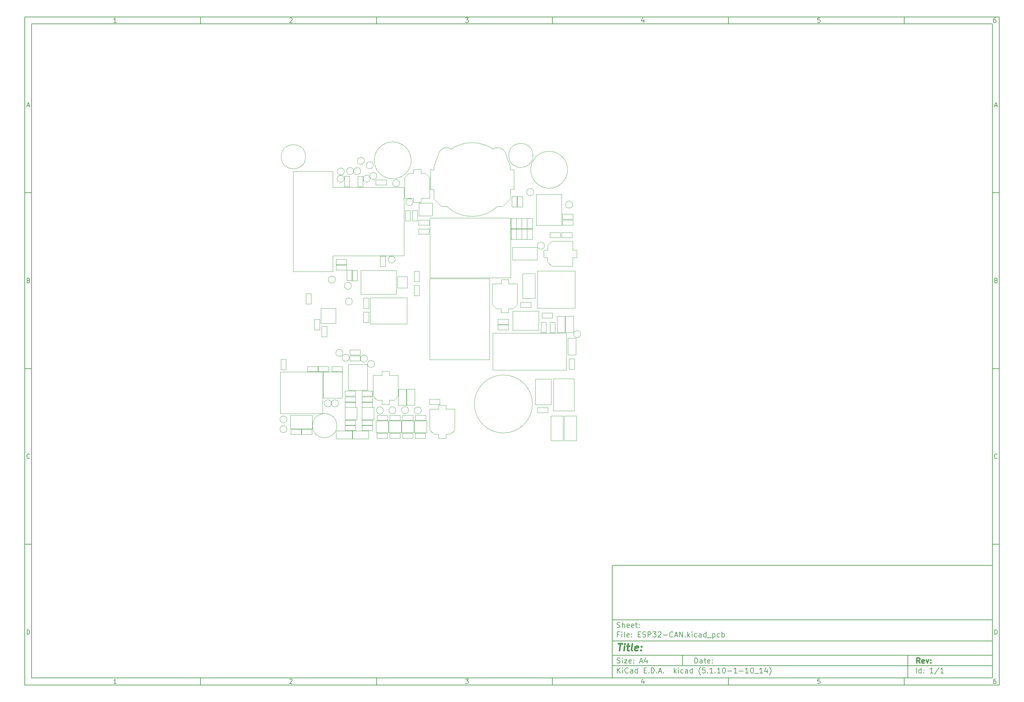
<source format=gbr>
G04 #@! TF.GenerationSoftware,KiCad,Pcbnew,(5.1.10-1-10_14)*
G04 #@! TF.CreationDate,2021-11-05T12:48:00+08:00*
G04 #@! TF.ProjectId,ESP32-CAN,45535033-322d-4434-914e-2e6b69636164,rev?*
G04 #@! TF.SameCoordinates,Original*
G04 #@! TF.FileFunction,Other,User*
%FSLAX46Y46*%
G04 Gerber Fmt 4.6, Leading zero omitted, Abs format (unit mm)*
G04 Created by KiCad (PCBNEW (5.1.10-1-10_14)) date 2021-11-05 12:48:00*
%MOMM*%
%LPD*%
G01*
G04 APERTURE LIST*
%ADD10C,0.100000*%
%ADD11C,0.150000*%
%ADD12C,0.300000*%
%ADD13C,0.400000*%
%ADD14C,0.050000*%
G04 APERTURE END LIST*
D10*
D11*
X177002200Y-166007200D02*
X177002200Y-198007200D01*
X285002200Y-198007200D01*
X285002200Y-166007200D01*
X177002200Y-166007200D01*
D10*
D11*
X10000000Y-10000000D02*
X10000000Y-200007200D01*
X287002200Y-200007200D01*
X287002200Y-10000000D01*
X10000000Y-10000000D01*
D10*
D11*
X12000000Y-12000000D02*
X12000000Y-198007200D01*
X285002200Y-198007200D01*
X285002200Y-12000000D01*
X12000000Y-12000000D01*
D10*
D11*
X60000000Y-12000000D02*
X60000000Y-10000000D01*
D10*
D11*
X110000000Y-12000000D02*
X110000000Y-10000000D01*
D10*
D11*
X160000000Y-12000000D02*
X160000000Y-10000000D01*
D10*
D11*
X210000000Y-12000000D02*
X210000000Y-10000000D01*
D10*
D11*
X260000000Y-12000000D02*
X260000000Y-10000000D01*
D10*
D11*
X36065476Y-11588095D02*
X35322619Y-11588095D01*
X35694047Y-11588095D02*
X35694047Y-10288095D01*
X35570238Y-10473809D01*
X35446428Y-10597619D01*
X35322619Y-10659523D01*
D10*
D11*
X85322619Y-10411904D02*
X85384523Y-10350000D01*
X85508333Y-10288095D01*
X85817857Y-10288095D01*
X85941666Y-10350000D01*
X86003571Y-10411904D01*
X86065476Y-10535714D01*
X86065476Y-10659523D01*
X86003571Y-10845238D01*
X85260714Y-11588095D01*
X86065476Y-11588095D01*
D10*
D11*
X135260714Y-10288095D02*
X136065476Y-10288095D01*
X135632142Y-10783333D01*
X135817857Y-10783333D01*
X135941666Y-10845238D01*
X136003571Y-10907142D01*
X136065476Y-11030952D01*
X136065476Y-11340476D01*
X136003571Y-11464285D01*
X135941666Y-11526190D01*
X135817857Y-11588095D01*
X135446428Y-11588095D01*
X135322619Y-11526190D01*
X135260714Y-11464285D01*
D10*
D11*
X185941666Y-10721428D02*
X185941666Y-11588095D01*
X185632142Y-10226190D02*
X185322619Y-11154761D01*
X186127380Y-11154761D01*
D10*
D11*
X236003571Y-10288095D02*
X235384523Y-10288095D01*
X235322619Y-10907142D01*
X235384523Y-10845238D01*
X235508333Y-10783333D01*
X235817857Y-10783333D01*
X235941666Y-10845238D01*
X236003571Y-10907142D01*
X236065476Y-11030952D01*
X236065476Y-11340476D01*
X236003571Y-11464285D01*
X235941666Y-11526190D01*
X235817857Y-11588095D01*
X235508333Y-11588095D01*
X235384523Y-11526190D01*
X235322619Y-11464285D01*
D10*
D11*
X285941666Y-10288095D02*
X285694047Y-10288095D01*
X285570238Y-10350000D01*
X285508333Y-10411904D01*
X285384523Y-10597619D01*
X285322619Y-10845238D01*
X285322619Y-11340476D01*
X285384523Y-11464285D01*
X285446428Y-11526190D01*
X285570238Y-11588095D01*
X285817857Y-11588095D01*
X285941666Y-11526190D01*
X286003571Y-11464285D01*
X286065476Y-11340476D01*
X286065476Y-11030952D01*
X286003571Y-10907142D01*
X285941666Y-10845238D01*
X285817857Y-10783333D01*
X285570238Y-10783333D01*
X285446428Y-10845238D01*
X285384523Y-10907142D01*
X285322619Y-11030952D01*
D10*
D11*
X60000000Y-198007200D02*
X60000000Y-200007200D01*
D10*
D11*
X110000000Y-198007200D02*
X110000000Y-200007200D01*
D10*
D11*
X160000000Y-198007200D02*
X160000000Y-200007200D01*
D10*
D11*
X210000000Y-198007200D02*
X210000000Y-200007200D01*
D10*
D11*
X260000000Y-198007200D02*
X260000000Y-200007200D01*
D10*
D11*
X36065476Y-199595295D02*
X35322619Y-199595295D01*
X35694047Y-199595295D02*
X35694047Y-198295295D01*
X35570238Y-198481009D01*
X35446428Y-198604819D01*
X35322619Y-198666723D01*
D10*
D11*
X85322619Y-198419104D02*
X85384523Y-198357200D01*
X85508333Y-198295295D01*
X85817857Y-198295295D01*
X85941666Y-198357200D01*
X86003571Y-198419104D01*
X86065476Y-198542914D01*
X86065476Y-198666723D01*
X86003571Y-198852438D01*
X85260714Y-199595295D01*
X86065476Y-199595295D01*
D10*
D11*
X135260714Y-198295295D02*
X136065476Y-198295295D01*
X135632142Y-198790533D01*
X135817857Y-198790533D01*
X135941666Y-198852438D01*
X136003571Y-198914342D01*
X136065476Y-199038152D01*
X136065476Y-199347676D01*
X136003571Y-199471485D01*
X135941666Y-199533390D01*
X135817857Y-199595295D01*
X135446428Y-199595295D01*
X135322619Y-199533390D01*
X135260714Y-199471485D01*
D10*
D11*
X185941666Y-198728628D02*
X185941666Y-199595295D01*
X185632142Y-198233390D02*
X185322619Y-199161961D01*
X186127380Y-199161961D01*
D10*
D11*
X236003571Y-198295295D02*
X235384523Y-198295295D01*
X235322619Y-198914342D01*
X235384523Y-198852438D01*
X235508333Y-198790533D01*
X235817857Y-198790533D01*
X235941666Y-198852438D01*
X236003571Y-198914342D01*
X236065476Y-199038152D01*
X236065476Y-199347676D01*
X236003571Y-199471485D01*
X235941666Y-199533390D01*
X235817857Y-199595295D01*
X235508333Y-199595295D01*
X235384523Y-199533390D01*
X235322619Y-199471485D01*
D10*
D11*
X285941666Y-198295295D02*
X285694047Y-198295295D01*
X285570238Y-198357200D01*
X285508333Y-198419104D01*
X285384523Y-198604819D01*
X285322619Y-198852438D01*
X285322619Y-199347676D01*
X285384523Y-199471485D01*
X285446428Y-199533390D01*
X285570238Y-199595295D01*
X285817857Y-199595295D01*
X285941666Y-199533390D01*
X286003571Y-199471485D01*
X286065476Y-199347676D01*
X286065476Y-199038152D01*
X286003571Y-198914342D01*
X285941666Y-198852438D01*
X285817857Y-198790533D01*
X285570238Y-198790533D01*
X285446428Y-198852438D01*
X285384523Y-198914342D01*
X285322619Y-199038152D01*
D10*
D11*
X10000000Y-60000000D02*
X12000000Y-60000000D01*
D10*
D11*
X10000000Y-110000000D02*
X12000000Y-110000000D01*
D10*
D11*
X10000000Y-160000000D02*
X12000000Y-160000000D01*
D10*
D11*
X10690476Y-35216666D02*
X11309523Y-35216666D01*
X10566666Y-35588095D02*
X11000000Y-34288095D01*
X11433333Y-35588095D01*
D10*
D11*
X11092857Y-84907142D02*
X11278571Y-84969047D01*
X11340476Y-85030952D01*
X11402380Y-85154761D01*
X11402380Y-85340476D01*
X11340476Y-85464285D01*
X11278571Y-85526190D01*
X11154761Y-85588095D01*
X10659523Y-85588095D01*
X10659523Y-84288095D01*
X11092857Y-84288095D01*
X11216666Y-84350000D01*
X11278571Y-84411904D01*
X11340476Y-84535714D01*
X11340476Y-84659523D01*
X11278571Y-84783333D01*
X11216666Y-84845238D01*
X11092857Y-84907142D01*
X10659523Y-84907142D01*
D10*
D11*
X11402380Y-135464285D02*
X11340476Y-135526190D01*
X11154761Y-135588095D01*
X11030952Y-135588095D01*
X10845238Y-135526190D01*
X10721428Y-135402380D01*
X10659523Y-135278571D01*
X10597619Y-135030952D01*
X10597619Y-134845238D01*
X10659523Y-134597619D01*
X10721428Y-134473809D01*
X10845238Y-134350000D01*
X11030952Y-134288095D01*
X11154761Y-134288095D01*
X11340476Y-134350000D01*
X11402380Y-134411904D01*
D10*
D11*
X10659523Y-185588095D02*
X10659523Y-184288095D01*
X10969047Y-184288095D01*
X11154761Y-184350000D01*
X11278571Y-184473809D01*
X11340476Y-184597619D01*
X11402380Y-184845238D01*
X11402380Y-185030952D01*
X11340476Y-185278571D01*
X11278571Y-185402380D01*
X11154761Y-185526190D01*
X10969047Y-185588095D01*
X10659523Y-185588095D01*
D10*
D11*
X287002200Y-60000000D02*
X285002200Y-60000000D01*
D10*
D11*
X287002200Y-110000000D02*
X285002200Y-110000000D01*
D10*
D11*
X287002200Y-160000000D02*
X285002200Y-160000000D01*
D10*
D11*
X285692676Y-35216666D02*
X286311723Y-35216666D01*
X285568866Y-35588095D02*
X286002200Y-34288095D01*
X286435533Y-35588095D01*
D10*
D11*
X286095057Y-84907142D02*
X286280771Y-84969047D01*
X286342676Y-85030952D01*
X286404580Y-85154761D01*
X286404580Y-85340476D01*
X286342676Y-85464285D01*
X286280771Y-85526190D01*
X286156961Y-85588095D01*
X285661723Y-85588095D01*
X285661723Y-84288095D01*
X286095057Y-84288095D01*
X286218866Y-84350000D01*
X286280771Y-84411904D01*
X286342676Y-84535714D01*
X286342676Y-84659523D01*
X286280771Y-84783333D01*
X286218866Y-84845238D01*
X286095057Y-84907142D01*
X285661723Y-84907142D01*
D10*
D11*
X286404580Y-135464285D02*
X286342676Y-135526190D01*
X286156961Y-135588095D01*
X286033152Y-135588095D01*
X285847438Y-135526190D01*
X285723628Y-135402380D01*
X285661723Y-135278571D01*
X285599819Y-135030952D01*
X285599819Y-134845238D01*
X285661723Y-134597619D01*
X285723628Y-134473809D01*
X285847438Y-134350000D01*
X286033152Y-134288095D01*
X286156961Y-134288095D01*
X286342676Y-134350000D01*
X286404580Y-134411904D01*
D10*
D11*
X285661723Y-185588095D02*
X285661723Y-184288095D01*
X285971247Y-184288095D01*
X286156961Y-184350000D01*
X286280771Y-184473809D01*
X286342676Y-184597619D01*
X286404580Y-184845238D01*
X286404580Y-185030952D01*
X286342676Y-185278571D01*
X286280771Y-185402380D01*
X286156961Y-185526190D01*
X285971247Y-185588095D01*
X285661723Y-185588095D01*
D10*
D11*
X200434342Y-193785771D02*
X200434342Y-192285771D01*
X200791485Y-192285771D01*
X201005771Y-192357200D01*
X201148628Y-192500057D01*
X201220057Y-192642914D01*
X201291485Y-192928628D01*
X201291485Y-193142914D01*
X201220057Y-193428628D01*
X201148628Y-193571485D01*
X201005771Y-193714342D01*
X200791485Y-193785771D01*
X200434342Y-193785771D01*
X202577200Y-193785771D02*
X202577200Y-193000057D01*
X202505771Y-192857200D01*
X202362914Y-192785771D01*
X202077200Y-192785771D01*
X201934342Y-192857200D01*
X202577200Y-193714342D02*
X202434342Y-193785771D01*
X202077200Y-193785771D01*
X201934342Y-193714342D01*
X201862914Y-193571485D01*
X201862914Y-193428628D01*
X201934342Y-193285771D01*
X202077200Y-193214342D01*
X202434342Y-193214342D01*
X202577200Y-193142914D01*
X203077200Y-192785771D02*
X203648628Y-192785771D01*
X203291485Y-192285771D02*
X203291485Y-193571485D01*
X203362914Y-193714342D01*
X203505771Y-193785771D01*
X203648628Y-193785771D01*
X204720057Y-193714342D02*
X204577200Y-193785771D01*
X204291485Y-193785771D01*
X204148628Y-193714342D01*
X204077200Y-193571485D01*
X204077200Y-193000057D01*
X204148628Y-192857200D01*
X204291485Y-192785771D01*
X204577200Y-192785771D01*
X204720057Y-192857200D01*
X204791485Y-193000057D01*
X204791485Y-193142914D01*
X204077200Y-193285771D01*
X205434342Y-193642914D02*
X205505771Y-193714342D01*
X205434342Y-193785771D01*
X205362914Y-193714342D01*
X205434342Y-193642914D01*
X205434342Y-193785771D01*
X205434342Y-192857200D02*
X205505771Y-192928628D01*
X205434342Y-193000057D01*
X205362914Y-192928628D01*
X205434342Y-192857200D01*
X205434342Y-193000057D01*
D10*
D11*
X177002200Y-194507200D02*
X285002200Y-194507200D01*
D10*
D11*
X178434342Y-196585771D02*
X178434342Y-195085771D01*
X179291485Y-196585771D02*
X178648628Y-195728628D01*
X179291485Y-195085771D02*
X178434342Y-195942914D01*
X179934342Y-196585771D02*
X179934342Y-195585771D01*
X179934342Y-195085771D02*
X179862914Y-195157200D01*
X179934342Y-195228628D01*
X180005771Y-195157200D01*
X179934342Y-195085771D01*
X179934342Y-195228628D01*
X181505771Y-196442914D02*
X181434342Y-196514342D01*
X181220057Y-196585771D01*
X181077200Y-196585771D01*
X180862914Y-196514342D01*
X180720057Y-196371485D01*
X180648628Y-196228628D01*
X180577200Y-195942914D01*
X180577200Y-195728628D01*
X180648628Y-195442914D01*
X180720057Y-195300057D01*
X180862914Y-195157200D01*
X181077200Y-195085771D01*
X181220057Y-195085771D01*
X181434342Y-195157200D01*
X181505771Y-195228628D01*
X182791485Y-196585771D02*
X182791485Y-195800057D01*
X182720057Y-195657200D01*
X182577200Y-195585771D01*
X182291485Y-195585771D01*
X182148628Y-195657200D01*
X182791485Y-196514342D02*
X182648628Y-196585771D01*
X182291485Y-196585771D01*
X182148628Y-196514342D01*
X182077200Y-196371485D01*
X182077200Y-196228628D01*
X182148628Y-196085771D01*
X182291485Y-196014342D01*
X182648628Y-196014342D01*
X182791485Y-195942914D01*
X184148628Y-196585771D02*
X184148628Y-195085771D01*
X184148628Y-196514342D02*
X184005771Y-196585771D01*
X183720057Y-196585771D01*
X183577200Y-196514342D01*
X183505771Y-196442914D01*
X183434342Y-196300057D01*
X183434342Y-195871485D01*
X183505771Y-195728628D01*
X183577200Y-195657200D01*
X183720057Y-195585771D01*
X184005771Y-195585771D01*
X184148628Y-195657200D01*
X186005771Y-195800057D02*
X186505771Y-195800057D01*
X186720057Y-196585771D02*
X186005771Y-196585771D01*
X186005771Y-195085771D01*
X186720057Y-195085771D01*
X187362914Y-196442914D02*
X187434342Y-196514342D01*
X187362914Y-196585771D01*
X187291485Y-196514342D01*
X187362914Y-196442914D01*
X187362914Y-196585771D01*
X188077200Y-196585771D02*
X188077200Y-195085771D01*
X188434342Y-195085771D01*
X188648628Y-195157200D01*
X188791485Y-195300057D01*
X188862914Y-195442914D01*
X188934342Y-195728628D01*
X188934342Y-195942914D01*
X188862914Y-196228628D01*
X188791485Y-196371485D01*
X188648628Y-196514342D01*
X188434342Y-196585771D01*
X188077200Y-196585771D01*
X189577200Y-196442914D02*
X189648628Y-196514342D01*
X189577200Y-196585771D01*
X189505771Y-196514342D01*
X189577200Y-196442914D01*
X189577200Y-196585771D01*
X190220057Y-196157200D02*
X190934342Y-196157200D01*
X190077200Y-196585771D02*
X190577200Y-195085771D01*
X191077200Y-196585771D01*
X191577200Y-196442914D02*
X191648628Y-196514342D01*
X191577200Y-196585771D01*
X191505771Y-196514342D01*
X191577200Y-196442914D01*
X191577200Y-196585771D01*
X194577200Y-196585771D02*
X194577200Y-195085771D01*
X194720057Y-196014342D02*
X195148628Y-196585771D01*
X195148628Y-195585771D02*
X194577200Y-196157200D01*
X195791485Y-196585771D02*
X195791485Y-195585771D01*
X195791485Y-195085771D02*
X195720057Y-195157200D01*
X195791485Y-195228628D01*
X195862914Y-195157200D01*
X195791485Y-195085771D01*
X195791485Y-195228628D01*
X197148628Y-196514342D02*
X197005771Y-196585771D01*
X196720057Y-196585771D01*
X196577200Y-196514342D01*
X196505771Y-196442914D01*
X196434342Y-196300057D01*
X196434342Y-195871485D01*
X196505771Y-195728628D01*
X196577200Y-195657200D01*
X196720057Y-195585771D01*
X197005771Y-195585771D01*
X197148628Y-195657200D01*
X198434342Y-196585771D02*
X198434342Y-195800057D01*
X198362914Y-195657200D01*
X198220057Y-195585771D01*
X197934342Y-195585771D01*
X197791485Y-195657200D01*
X198434342Y-196514342D02*
X198291485Y-196585771D01*
X197934342Y-196585771D01*
X197791485Y-196514342D01*
X197720057Y-196371485D01*
X197720057Y-196228628D01*
X197791485Y-196085771D01*
X197934342Y-196014342D01*
X198291485Y-196014342D01*
X198434342Y-195942914D01*
X199791485Y-196585771D02*
X199791485Y-195085771D01*
X199791485Y-196514342D02*
X199648628Y-196585771D01*
X199362914Y-196585771D01*
X199220057Y-196514342D01*
X199148628Y-196442914D01*
X199077200Y-196300057D01*
X199077200Y-195871485D01*
X199148628Y-195728628D01*
X199220057Y-195657200D01*
X199362914Y-195585771D01*
X199648628Y-195585771D01*
X199791485Y-195657200D01*
X202077200Y-197157200D02*
X202005771Y-197085771D01*
X201862914Y-196871485D01*
X201791485Y-196728628D01*
X201720057Y-196514342D01*
X201648628Y-196157200D01*
X201648628Y-195871485D01*
X201720057Y-195514342D01*
X201791485Y-195300057D01*
X201862914Y-195157200D01*
X202005771Y-194942914D01*
X202077200Y-194871485D01*
X203362914Y-195085771D02*
X202648628Y-195085771D01*
X202577200Y-195800057D01*
X202648628Y-195728628D01*
X202791485Y-195657200D01*
X203148628Y-195657200D01*
X203291485Y-195728628D01*
X203362914Y-195800057D01*
X203434342Y-195942914D01*
X203434342Y-196300057D01*
X203362914Y-196442914D01*
X203291485Y-196514342D01*
X203148628Y-196585771D01*
X202791485Y-196585771D01*
X202648628Y-196514342D01*
X202577200Y-196442914D01*
X204077200Y-196442914D02*
X204148628Y-196514342D01*
X204077200Y-196585771D01*
X204005771Y-196514342D01*
X204077200Y-196442914D01*
X204077200Y-196585771D01*
X205577200Y-196585771D02*
X204720057Y-196585771D01*
X205148628Y-196585771D02*
X205148628Y-195085771D01*
X205005771Y-195300057D01*
X204862914Y-195442914D01*
X204720057Y-195514342D01*
X206220057Y-196442914D02*
X206291485Y-196514342D01*
X206220057Y-196585771D01*
X206148628Y-196514342D01*
X206220057Y-196442914D01*
X206220057Y-196585771D01*
X207720057Y-196585771D02*
X206862914Y-196585771D01*
X207291485Y-196585771D02*
X207291485Y-195085771D01*
X207148628Y-195300057D01*
X207005771Y-195442914D01*
X206862914Y-195514342D01*
X208648628Y-195085771D02*
X208791485Y-195085771D01*
X208934342Y-195157200D01*
X209005771Y-195228628D01*
X209077200Y-195371485D01*
X209148628Y-195657200D01*
X209148628Y-196014342D01*
X209077200Y-196300057D01*
X209005771Y-196442914D01*
X208934342Y-196514342D01*
X208791485Y-196585771D01*
X208648628Y-196585771D01*
X208505771Y-196514342D01*
X208434342Y-196442914D01*
X208362914Y-196300057D01*
X208291485Y-196014342D01*
X208291485Y-195657200D01*
X208362914Y-195371485D01*
X208434342Y-195228628D01*
X208505771Y-195157200D01*
X208648628Y-195085771D01*
X209791485Y-196014342D02*
X210934342Y-196014342D01*
X212434342Y-196585771D02*
X211577200Y-196585771D01*
X212005771Y-196585771D02*
X212005771Y-195085771D01*
X211862914Y-195300057D01*
X211720057Y-195442914D01*
X211577200Y-195514342D01*
X213077200Y-196014342D02*
X214220057Y-196014342D01*
X215720057Y-196585771D02*
X214862914Y-196585771D01*
X215291485Y-196585771D02*
X215291485Y-195085771D01*
X215148628Y-195300057D01*
X215005771Y-195442914D01*
X214862914Y-195514342D01*
X216648628Y-195085771D02*
X216791485Y-195085771D01*
X216934342Y-195157200D01*
X217005771Y-195228628D01*
X217077200Y-195371485D01*
X217148628Y-195657200D01*
X217148628Y-196014342D01*
X217077200Y-196300057D01*
X217005771Y-196442914D01*
X216934342Y-196514342D01*
X216791485Y-196585771D01*
X216648628Y-196585771D01*
X216505771Y-196514342D01*
X216434342Y-196442914D01*
X216362914Y-196300057D01*
X216291485Y-196014342D01*
X216291485Y-195657200D01*
X216362914Y-195371485D01*
X216434342Y-195228628D01*
X216505771Y-195157200D01*
X216648628Y-195085771D01*
X217434342Y-196728628D02*
X218577200Y-196728628D01*
X219720057Y-196585771D02*
X218862914Y-196585771D01*
X219291485Y-196585771D02*
X219291485Y-195085771D01*
X219148628Y-195300057D01*
X219005771Y-195442914D01*
X218862914Y-195514342D01*
X221005771Y-195585771D02*
X221005771Y-196585771D01*
X220648628Y-195014342D02*
X220291485Y-196085771D01*
X221220057Y-196085771D01*
X221648628Y-197157200D02*
X221720057Y-197085771D01*
X221862914Y-196871485D01*
X221934342Y-196728628D01*
X222005771Y-196514342D01*
X222077200Y-196157200D01*
X222077200Y-195871485D01*
X222005771Y-195514342D01*
X221934342Y-195300057D01*
X221862914Y-195157200D01*
X221720057Y-194942914D01*
X221648628Y-194871485D01*
D10*
D11*
X177002200Y-191507200D02*
X285002200Y-191507200D01*
D10*
D12*
X264411485Y-193785771D02*
X263911485Y-193071485D01*
X263554342Y-193785771D02*
X263554342Y-192285771D01*
X264125771Y-192285771D01*
X264268628Y-192357200D01*
X264340057Y-192428628D01*
X264411485Y-192571485D01*
X264411485Y-192785771D01*
X264340057Y-192928628D01*
X264268628Y-193000057D01*
X264125771Y-193071485D01*
X263554342Y-193071485D01*
X265625771Y-193714342D02*
X265482914Y-193785771D01*
X265197200Y-193785771D01*
X265054342Y-193714342D01*
X264982914Y-193571485D01*
X264982914Y-193000057D01*
X265054342Y-192857200D01*
X265197200Y-192785771D01*
X265482914Y-192785771D01*
X265625771Y-192857200D01*
X265697200Y-193000057D01*
X265697200Y-193142914D01*
X264982914Y-193285771D01*
X266197200Y-192785771D02*
X266554342Y-193785771D01*
X266911485Y-192785771D01*
X267482914Y-193642914D02*
X267554342Y-193714342D01*
X267482914Y-193785771D01*
X267411485Y-193714342D01*
X267482914Y-193642914D01*
X267482914Y-193785771D01*
X267482914Y-192857200D02*
X267554342Y-192928628D01*
X267482914Y-193000057D01*
X267411485Y-192928628D01*
X267482914Y-192857200D01*
X267482914Y-193000057D01*
D10*
D11*
X178362914Y-193714342D02*
X178577200Y-193785771D01*
X178934342Y-193785771D01*
X179077200Y-193714342D01*
X179148628Y-193642914D01*
X179220057Y-193500057D01*
X179220057Y-193357200D01*
X179148628Y-193214342D01*
X179077200Y-193142914D01*
X178934342Y-193071485D01*
X178648628Y-193000057D01*
X178505771Y-192928628D01*
X178434342Y-192857200D01*
X178362914Y-192714342D01*
X178362914Y-192571485D01*
X178434342Y-192428628D01*
X178505771Y-192357200D01*
X178648628Y-192285771D01*
X179005771Y-192285771D01*
X179220057Y-192357200D01*
X179862914Y-193785771D02*
X179862914Y-192785771D01*
X179862914Y-192285771D02*
X179791485Y-192357200D01*
X179862914Y-192428628D01*
X179934342Y-192357200D01*
X179862914Y-192285771D01*
X179862914Y-192428628D01*
X180434342Y-192785771D02*
X181220057Y-192785771D01*
X180434342Y-193785771D01*
X181220057Y-193785771D01*
X182362914Y-193714342D02*
X182220057Y-193785771D01*
X181934342Y-193785771D01*
X181791485Y-193714342D01*
X181720057Y-193571485D01*
X181720057Y-193000057D01*
X181791485Y-192857200D01*
X181934342Y-192785771D01*
X182220057Y-192785771D01*
X182362914Y-192857200D01*
X182434342Y-193000057D01*
X182434342Y-193142914D01*
X181720057Y-193285771D01*
X183077200Y-193642914D02*
X183148628Y-193714342D01*
X183077200Y-193785771D01*
X183005771Y-193714342D01*
X183077200Y-193642914D01*
X183077200Y-193785771D01*
X183077200Y-192857200D02*
X183148628Y-192928628D01*
X183077200Y-193000057D01*
X183005771Y-192928628D01*
X183077200Y-192857200D01*
X183077200Y-193000057D01*
X184862914Y-193357200D02*
X185577200Y-193357200D01*
X184720057Y-193785771D02*
X185220057Y-192285771D01*
X185720057Y-193785771D01*
X186862914Y-192785771D02*
X186862914Y-193785771D01*
X186505771Y-192214342D02*
X186148628Y-193285771D01*
X187077200Y-193285771D01*
D10*
D11*
X263434342Y-196585771D02*
X263434342Y-195085771D01*
X264791485Y-196585771D02*
X264791485Y-195085771D01*
X264791485Y-196514342D02*
X264648628Y-196585771D01*
X264362914Y-196585771D01*
X264220057Y-196514342D01*
X264148628Y-196442914D01*
X264077200Y-196300057D01*
X264077200Y-195871485D01*
X264148628Y-195728628D01*
X264220057Y-195657200D01*
X264362914Y-195585771D01*
X264648628Y-195585771D01*
X264791485Y-195657200D01*
X265505771Y-196442914D02*
X265577200Y-196514342D01*
X265505771Y-196585771D01*
X265434342Y-196514342D01*
X265505771Y-196442914D01*
X265505771Y-196585771D01*
X265505771Y-195657200D02*
X265577200Y-195728628D01*
X265505771Y-195800057D01*
X265434342Y-195728628D01*
X265505771Y-195657200D01*
X265505771Y-195800057D01*
X268148628Y-196585771D02*
X267291485Y-196585771D01*
X267720057Y-196585771D02*
X267720057Y-195085771D01*
X267577200Y-195300057D01*
X267434342Y-195442914D01*
X267291485Y-195514342D01*
X269862914Y-195014342D02*
X268577200Y-196942914D01*
X271148628Y-196585771D02*
X270291485Y-196585771D01*
X270720057Y-196585771D02*
X270720057Y-195085771D01*
X270577200Y-195300057D01*
X270434342Y-195442914D01*
X270291485Y-195514342D01*
D10*
D11*
X177002200Y-187507200D02*
X285002200Y-187507200D01*
D10*
D13*
X178714580Y-188211961D02*
X179857438Y-188211961D01*
X179036009Y-190211961D02*
X179286009Y-188211961D01*
X180274104Y-190211961D02*
X180440771Y-188878628D01*
X180524104Y-188211961D02*
X180416961Y-188307200D01*
X180500295Y-188402438D01*
X180607438Y-188307200D01*
X180524104Y-188211961D01*
X180500295Y-188402438D01*
X181107438Y-188878628D02*
X181869342Y-188878628D01*
X181476485Y-188211961D02*
X181262200Y-189926247D01*
X181333628Y-190116723D01*
X181512200Y-190211961D01*
X181702676Y-190211961D01*
X182655057Y-190211961D02*
X182476485Y-190116723D01*
X182405057Y-189926247D01*
X182619342Y-188211961D01*
X184190771Y-190116723D02*
X183988390Y-190211961D01*
X183607438Y-190211961D01*
X183428866Y-190116723D01*
X183357438Y-189926247D01*
X183452676Y-189164342D01*
X183571723Y-188973866D01*
X183774104Y-188878628D01*
X184155057Y-188878628D01*
X184333628Y-188973866D01*
X184405057Y-189164342D01*
X184381247Y-189354819D01*
X183405057Y-189545295D01*
X185155057Y-190021485D02*
X185238390Y-190116723D01*
X185131247Y-190211961D01*
X185047914Y-190116723D01*
X185155057Y-190021485D01*
X185131247Y-190211961D01*
X185286009Y-188973866D02*
X185369342Y-189069104D01*
X185262200Y-189164342D01*
X185178866Y-189069104D01*
X185286009Y-188973866D01*
X185262200Y-189164342D01*
D10*
D11*
X178934342Y-185600057D02*
X178434342Y-185600057D01*
X178434342Y-186385771D02*
X178434342Y-184885771D01*
X179148628Y-184885771D01*
X179720057Y-186385771D02*
X179720057Y-185385771D01*
X179720057Y-184885771D02*
X179648628Y-184957200D01*
X179720057Y-185028628D01*
X179791485Y-184957200D01*
X179720057Y-184885771D01*
X179720057Y-185028628D01*
X180648628Y-186385771D02*
X180505771Y-186314342D01*
X180434342Y-186171485D01*
X180434342Y-184885771D01*
X181791485Y-186314342D02*
X181648628Y-186385771D01*
X181362914Y-186385771D01*
X181220057Y-186314342D01*
X181148628Y-186171485D01*
X181148628Y-185600057D01*
X181220057Y-185457200D01*
X181362914Y-185385771D01*
X181648628Y-185385771D01*
X181791485Y-185457200D01*
X181862914Y-185600057D01*
X181862914Y-185742914D01*
X181148628Y-185885771D01*
X182505771Y-186242914D02*
X182577200Y-186314342D01*
X182505771Y-186385771D01*
X182434342Y-186314342D01*
X182505771Y-186242914D01*
X182505771Y-186385771D01*
X182505771Y-185457200D02*
X182577200Y-185528628D01*
X182505771Y-185600057D01*
X182434342Y-185528628D01*
X182505771Y-185457200D01*
X182505771Y-185600057D01*
X184362914Y-185600057D02*
X184862914Y-185600057D01*
X185077200Y-186385771D02*
X184362914Y-186385771D01*
X184362914Y-184885771D01*
X185077200Y-184885771D01*
X185648628Y-186314342D02*
X185862914Y-186385771D01*
X186220057Y-186385771D01*
X186362914Y-186314342D01*
X186434342Y-186242914D01*
X186505771Y-186100057D01*
X186505771Y-185957200D01*
X186434342Y-185814342D01*
X186362914Y-185742914D01*
X186220057Y-185671485D01*
X185934342Y-185600057D01*
X185791485Y-185528628D01*
X185720057Y-185457200D01*
X185648628Y-185314342D01*
X185648628Y-185171485D01*
X185720057Y-185028628D01*
X185791485Y-184957200D01*
X185934342Y-184885771D01*
X186291485Y-184885771D01*
X186505771Y-184957200D01*
X187148628Y-186385771D02*
X187148628Y-184885771D01*
X187720057Y-184885771D01*
X187862914Y-184957200D01*
X187934342Y-185028628D01*
X188005771Y-185171485D01*
X188005771Y-185385771D01*
X187934342Y-185528628D01*
X187862914Y-185600057D01*
X187720057Y-185671485D01*
X187148628Y-185671485D01*
X188505771Y-184885771D02*
X189434342Y-184885771D01*
X188934342Y-185457200D01*
X189148628Y-185457200D01*
X189291485Y-185528628D01*
X189362914Y-185600057D01*
X189434342Y-185742914D01*
X189434342Y-186100057D01*
X189362914Y-186242914D01*
X189291485Y-186314342D01*
X189148628Y-186385771D01*
X188720057Y-186385771D01*
X188577200Y-186314342D01*
X188505771Y-186242914D01*
X190005771Y-185028628D02*
X190077200Y-184957200D01*
X190220057Y-184885771D01*
X190577200Y-184885771D01*
X190720057Y-184957200D01*
X190791485Y-185028628D01*
X190862914Y-185171485D01*
X190862914Y-185314342D01*
X190791485Y-185528628D01*
X189934342Y-186385771D01*
X190862914Y-186385771D01*
X191505771Y-185814342D02*
X192648628Y-185814342D01*
X194220057Y-186242914D02*
X194148628Y-186314342D01*
X193934342Y-186385771D01*
X193791485Y-186385771D01*
X193577200Y-186314342D01*
X193434342Y-186171485D01*
X193362914Y-186028628D01*
X193291485Y-185742914D01*
X193291485Y-185528628D01*
X193362914Y-185242914D01*
X193434342Y-185100057D01*
X193577200Y-184957200D01*
X193791485Y-184885771D01*
X193934342Y-184885771D01*
X194148628Y-184957200D01*
X194220057Y-185028628D01*
X194791485Y-185957200D02*
X195505771Y-185957200D01*
X194648628Y-186385771D02*
X195148628Y-184885771D01*
X195648628Y-186385771D01*
X196148628Y-186385771D02*
X196148628Y-184885771D01*
X197005771Y-186385771D01*
X197005771Y-184885771D01*
X197720057Y-186242914D02*
X197791485Y-186314342D01*
X197720057Y-186385771D01*
X197648628Y-186314342D01*
X197720057Y-186242914D01*
X197720057Y-186385771D01*
X198434342Y-186385771D02*
X198434342Y-184885771D01*
X198577200Y-185814342D02*
X199005771Y-186385771D01*
X199005771Y-185385771D02*
X198434342Y-185957200D01*
X199648628Y-186385771D02*
X199648628Y-185385771D01*
X199648628Y-184885771D02*
X199577200Y-184957200D01*
X199648628Y-185028628D01*
X199720057Y-184957200D01*
X199648628Y-184885771D01*
X199648628Y-185028628D01*
X201005771Y-186314342D02*
X200862914Y-186385771D01*
X200577200Y-186385771D01*
X200434342Y-186314342D01*
X200362914Y-186242914D01*
X200291485Y-186100057D01*
X200291485Y-185671485D01*
X200362914Y-185528628D01*
X200434342Y-185457200D01*
X200577200Y-185385771D01*
X200862914Y-185385771D01*
X201005771Y-185457200D01*
X202291485Y-186385771D02*
X202291485Y-185600057D01*
X202220057Y-185457200D01*
X202077200Y-185385771D01*
X201791485Y-185385771D01*
X201648628Y-185457200D01*
X202291485Y-186314342D02*
X202148628Y-186385771D01*
X201791485Y-186385771D01*
X201648628Y-186314342D01*
X201577200Y-186171485D01*
X201577200Y-186028628D01*
X201648628Y-185885771D01*
X201791485Y-185814342D01*
X202148628Y-185814342D01*
X202291485Y-185742914D01*
X203648628Y-186385771D02*
X203648628Y-184885771D01*
X203648628Y-186314342D02*
X203505771Y-186385771D01*
X203220057Y-186385771D01*
X203077200Y-186314342D01*
X203005771Y-186242914D01*
X202934342Y-186100057D01*
X202934342Y-185671485D01*
X203005771Y-185528628D01*
X203077200Y-185457200D01*
X203220057Y-185385771D01*
X203505771Y-185385771D01*
X203648628Y-185457200D01*
X204005771Y-186528628D02*
X205148628Y-186528628D01*
X205505771Y-185385771D02*
X205505771Y-186885771D01*
X205505771Y-185457200D02*
X205648628Y-185385771D01*
X205934342Y-185385771D01*
X206077200Y-185457200D01*
X206148628Y-185528628D01*
X206220057Y-185671485D01*
X206220057Y-186100057D01*
X206148628Y-186242914D01*
X206077200Y-186314342D01*
X205934342Y-186385771D01*
X205648628Y-186385771D01*
X205505771Y-186314342D01*
X207505771Y-186314342D02*
X207362914Y-186385771D01*
X207077200Y-186385771D01*
X206934342Y-186314342D01*
X206862914Y-186242914D01*
X206791485Y-186100057D01*
X206791485Y-185671485D01*
X206862914Y-185528628D01*
X206934342Y-185457200D01*
X207077200Y-185385771D01*
X207362914Y-185385771D01*
X207505771Y-185457200D01*
X208148628Y-186385771D02*
X208148628Y-184885771D01*
X208148628Y-185457200D02*
X208291485Y-185385771D01*
X208577200Y-185385771D01*
X208720057Y-185457200D01*
X208791485Y-185528628D01*
X208862914Y-185671485D01*
X208862914Y-186100057D01*
X208791485Y-186242914D01*
X208720057Y-186314342D01*
X208577200Y-186385771D01*
X208291485Y-186385771D01*
X208148628Y-186314342D01*
D10*
D11*
X177002200Y-181507200D02*
X285002200Y-181507200D01*
D10*
D11*
X178362914Y-183614342D02*
X178577200Y-183685771D01*
X178934342Y-183685771D01*
X179077200Y-183614342D01*
X179148628Y-183542914D01*
X179220057Y-183400057D01*
X179220057Y-183257200D01*
X179148628Y-183114342D01*
X179077200Y-183042914D01*
X178934342Y-182971485D01*
X178648628Y-182900057D01*
X178505771Y-182828628D01*
X178434342Y-182757200D01*
X178362914Y-182614342D01*
X178362914Y-182471485D01*
X178434342Y-182328628D01*
X178505771Y-182257200D01*
X178648628Y-182185771D01*
X179005771Y-182185771D01*
X179220057Y-182257200D01*
X179862914Y-183685771D02*
X179862914Y-182185771D01*
X180505771Y-183685771D02*
X180505771Y-182900057D01*
X180434342Y-182757200D01*
X180291485Y-182685771D01*
X180077200Y-182685771D01*
X179934342Y-182757200D01*
X179862914Y-182828628D01*
X181791485Y-183614342D02*
X181648628Y-183685771D01*
X181362914Y-183685771D01*
X181220057Y-183614342D01*
X181148628Y-183471485D01*
X181148628Y-182900057D01*
X181220057Y-182757200D01*
X181362914Y-182685771D01*
X181648628Y-182685771D01*
X181791485Y-182757200D01*
X181862914Y-182900057D01*
X181862914Y-183042914D01*
X181148628Y-183185771D01*
X183077200Y-183614342D02*
X182934342Y-183685771D01*
X182648628Y-183685771D01*
X182505771Y-183614342D01*
X182434342Y-183471485D01*
X182434342Y-182900057D01*
X182505771Y-182757200D01*
X182648628Y-182685771D01*
X182934342Y-182685771D01*
X183077200Y-182757200D01*
X183148628Y-182900057D01*
X183148628Y-183042914D01*
X182434342Y-183185771D01*
X183577200Y-182685771D02*
X184148628Y-182685771D01*
X183791485Y-182185771D02*
X183791485Y-183471485D01*
X183862914Y-183614342D01*
X184005771Y-183685771D01*
X184148628Y-183685771D01*
X184648628Y-183542914D02*
X184720057Y-183614342D01*
X184648628Y-183685771D01*
X184577200Y-183614342D01*
X184648628Y-183542914D01*
X184648628Y-183685771D01*
X184648628Y-182757200D02*
X184720057Y-182828628D01*
X184648628Y-182900057D01*
X184577200Y-182828628D01*
X184648628Y-182757200D01*
X184648628Y-182900057D01*
D10*
D11*
X197002200Y-191507200D02*
X197002200Y-194507200D01*
D10*
D11*
X261002200Y-191507200D02*
X261002200Y-198007200D01*
D14*
X155770000Y-122523000D02*
X155770000Y-121063000D01*
X155770000Y-121063000D02*
X158730000Y-121063000D01*
X158730000Y-121063000D02*
X158730000Y-122523000D01*
X158730000Y-122523000D02*
X155770000Y-122523000D01*
X151225000Y-67227000D02*
X151225000Y-70187000D01*
X149765000Y-67227000D02*
X151225000Y-67227000D01*
X149765000Y-70187000D02*
X149765000Y-67227000D01*
X151225000Y-70187000D02*
X149765000Y-70187000D01*
X149765000Y-73298500D02*
X149765000Y-70338500D01*
X151225000Y-73298500D02*
X149765000Y-73298500D01*
X151225000Y-70338500D02*
X151225000Y-73298500D01*
X149765000Y-70338500D02*
X151225000Y-70338500D01*
X149701000Y-70187000D02*
X148241000Y-70187000D01*
X148241000Y-70187000D02*
X148241000Y-67227000D01*
X148241000Y-67227000D02*
X149701000Y-67227000D01*
X149701000Y-67227000D02*
X149701000Y-70187000D01*
X149701000Y-73298000D02*
X148241000Y-73298000D01*
X148241000Y-73298000D02*
X148241000Y-70338000D01*
X148241000Y-70338000D02*
X149701000Y-70338000D01*
X149701000Y-70338000D02*
X149701000Y-73298000D01*
X159540000Y-123500000D02*
X163040000Y-123500000D01*
X159540000Y-130500000D02*
X159540000Y-123500000D01*
X163040000Y-130500000D02*
X159540000Y-130500000D01*
X163040000Y-123500000D02*
X163040000Y-130500000D01*
X163350000Y-123500000D02*
X166850000Y-123500000D01*
X163350000Y-130500000D02*
X163350000Y-123500000D01*
X166850000Y-130500000D02*
X163350000Y-130500000D01*
X166850000Y-123500000D02*
X166850000Y-130500000D01*
X159603000Y-112936000D02*
X159603000Y-120236000D01*
X159603000Y-120236000D02*
X155103000Y-120236000D01*
X155103000Y-120236000D02*
X155103000Y-112936000D01*
X155103000Y-112936000D02*
X159603000Y-112936000D01*
X166631000Y-101409000D02*
X164331000Y-101409000D01*
X164331000Y-106109000D02*
X164331000Y-101409000D01*
X166631000Y-106109000D02*
X164331000Y-106109000D01*
X166631000Y-101409000D02*
X166631000Y-106109000D01*
X155039000Y-89987000D02*
X151539000Y-89987000D01*
X155039000Y-82987000D02*
X155039000Y-89987000D01*
X151539000Y-82987000D02*
X155039000Y-82987000D01*
X151539000Y-89987000D02*
X151539000Y-82987000D01*
X155646000Y-75593000D02*
X155646000Y-79093000D01*
X148646000Y-75593000D02*
X155646000Y-75593000D01*
X148646000Y-79093000D02*
X148646000Y-75593000D01*
X155646000Y-79093000D02*
X148646000Y-79093000D01*
X148431500Y-64027500D02*
X148431500Y-61067500D01*
X149891500Y-64027500D02*
X148431500Y-64027500D01*
X149891500Y-61067500D02*
X149891500Y-64027500D01*
X148431500Y-61067500D02*
X149891500Y-61067500D01*
X157016000Y-94139000D02*
X159976000Y-94139000D01*
X157016000Y-95599000D02*
X157016000Y-94139000D01*
X159976000Y-95599000D02*
X157016000Y-95599000D01*
X159976000Y-94139000D02*
X159976000Y-95599000D01*
X162604000Y-71279000D02*
X165564000Y-71279000D01*
X162604000Y-72739000D02*
X162604000Y-71279000D01*
X165564000Y-72739000D02*
X162604000Y-72739000D01*
X165564000Y-71279000D02*
X165564000Y-72739000D01*
X121964000Y-70263000D02*
X124924000Y-70263000D01*
X121964000Y-71723000D02*
X121964000Y-70263000D01*
X124924000Y-71723000D02*
X121964000Y-71723000D01*
X124924000Y-70263000D02*
X124924000Y-71723000D01*
X120682000Y-85300000D02*
X120682000Y-82340000D01*
X122142000Y-85300000D02*
X120682000Y-85300000D01*
X122142000Y-82340000D02*
X122142000Y-85300000D01*
X120682000Y-82340000D02*
X122142000Y-82340000D01*
X155404000Y-60472000D02*
X155404000Y-69272000D01*
X162604000Y-60472000D02*
X155404000Y-60472000D01*
X162604000Y-69272000D02*
X162604000Y-60472000D01*
X155404000Y-69272000D02*
X162604000Y-69272000D01*
X154670000Y-59817000D02*
G75*
G03*
X154670000Y-59817000I-1000000J0D01*
G01*
X150019000Y-61067500D02*
X151479000Y-61067500D01*
X151479000Y-61067500D02*
X151479000Y-64027500D01*
X151479000Y-64027500D02*
X150019000Y-64027500D01*
X150019000Y-64027500D02*
X150019000Y-61067500D01*
X152813000Y-67227000D02*
X154273000Y-67227000D01*
X154273000Y-67227000D02*
X154273000Y-70187000D01*
X154273000Y-70187000D02*
X152813000Y-70187000D01*
X152813000Y-70187000D02*
X152813000Y-67227000D01*
X151289000Y-67227000D02*
X152749000Y-67227000D01*
X152749000Y-67227000D02*
X152749000Y-70187000D01*
X152749000Y-70187000D02*
X151289000Y-70187000D01*
X151289000Y-70187000D02*
X151289000Y-67227000D01*
X162858000Y-67532000D02*
X162858000Y-66072000D01*
X162858000Y-66072000D02*
X165818000Y-66072000D01*
X165818000Y-66072000D02*
X165818000Y-67532000D01*
X165818000Y-67532000D02*
X162858000Y-67532000D01*
X162858000Y-69183000D02*
X162858000Y-67723000D01*
X162858000Y-67723000D02*
X165818000Y-67723000D01*
X165818000Y-67723000D02*
X165818000Y-69183000D01*
X165818000Y-69183000D02*
X162858000Y-69183000D01*
X120817500Y-115830000D02*
X120817500Y-120390000D01*
X118577500Y-115830000D02*
X120817500Y-115830000D01*
X118577500Y-120390000D02*
X118577500Y-115830000D01*
X120817500Y-120390000D02*
X118577500Y-120390000D01*
X125012000Y-120173500D02*
X125012000Y-118713500D01*
X125012000Y-118713500D02*
X127972000Y-118713500D01*
X127972000Y-118713500D02*
X127972000Y-120173500D01*
X127972000Y-120173500D02*
X125012000Y-120173500D01*
X125290000Y-53471000D02*
X125290000Y-59051000D01*
X126280000Y-53471000D02*
X125290000Y-53471000D01*
X126280000Y-52621000D02*
X126280000Y-53471000D01*
X127730000Y-48631000D02*
X126280000Y-52621000D01*
X148040000Y-52621000D02*
X146600000Y-48641000D01*
X148040000Y-53471000D02*
X148040000Y-52621000D01*
X149030000Y-53471000D02*
X148040000Y-53471000D01*
X149030000Y-59051000D02*
X149030000Y-53471000D01*
X148040000Y-59051000D02*
X149030000Y-59051000D01*
X148040000Y-61761000D02*
X148040000Y-59051000D01*
X145900000Y-63901000D02*
X148040000Y-61761000D01*
X144360000Y-63901000D02*
X145900000Y-63901000D01*
X128420000Y-63901000D02*
X129960000Y-63901000D01*
X126280000Y-61761000D02*
X128420000Y-63901000D01*
X126280000Y-59051000D02*
X126280000Y-61761000D01*
X125290000Y-59051000D02*
X126280000Y-59051000D01*
X127744856Y-48639659D02*
G75*
G02*
X131200000Y-47621000I2105144J-771341D01*
G01*
X131214632Y-47610925D02*
G75*
G02*
X143120000Y-47621000I5945368J-8650075D01*
G01*
X143116965Y-47606396D02*
G75*
G02*
X146590000Y-48641000I1353035J-1804604D01*
G01*
X144359546Y-63901427D02*
G75*
G02*
X129960000Y-63901000I-7199546J7640427D01*
G01*
X85546000Y-123322000D02*
X85546000Y-127122000D01*
X85546000Y-127122000D02*
X91746000Y-127122000D01*
X91746000Y-127122000D02*
X91746000Y-123322000D01*
X91746000Y-123322000D02*
X85546000Y-123322000D01*
X103193500Y-127721500D02*
X107753500Y-127721500D01*
X103193500Y-129961500D02*
X103193500Y-127721500D01*
X107753500Y-129961500D02*
X103193500Y-129961500D01*
X107753500Y-127721500D02*
X107753500Y-129961500D01*
X101043000Y-124559000D02*
X101043000Y-121059000D01*
X104443000Y-124559000D02*
X101043000Y-124559000D01*
X104443000Y-121059000D02*
X104443000Y-124559000D01*
X101043000Y-121059000D02*
X104443000Y-121059000D01*
X154300000Y-120082000D02*
G75*
G03*
X154300000Y-120082000I-8250000J0D01*
G01*
X143000000Y-99906000D02*
X143000000Y-110406000D01*
X163960000Y-99906000D02*
X143000000Y-99906000D01*
X163960000Y-110406000D02*
X163960000Y-99906000D01*
X143000000Y-110406000D02*
X163960000Y-110406000D01*
X125151500Y-84192000D02*
X148151500Y-84192000D01*
X148151500Y-84192000D02*
X148151500Y-67192000D01*
X148151500Y-67192000D02*
X125151500Y-67192000D01*
X125151500Y-67192000D02*
X125151500Y-84192000D01*
X168005000Y-100203000D02*
G75*
G03*
X168005000Y-100203000I-1000000J0D01*
G01*
X101009000Y-127603000D02*
X101009000Y-126143000D01*
X101009000Y-126143000D02*
X103969000Y-126143000D01*
X103969000Y-126143000D02*
X103969000Y-127603000D01*
X103969000Y-127603000D02*
X101009000Y-127603000D01*
X107348000Y-116222000D02*
X107348000Y-108822000D01*
X101948000Y-116222000D02*
X107348000Y-116222000D01*
X101948000Y-108822000D02*
X101948000Y-116222000D01*
X107348000Y-108822000D02*
X101948000Y-108822000D01*
X125101000Y-121545000D02*
X127601000Y-121545000D01*
X127601000Y-121545000D02*
X127601000Y-120395000D01*
X127601000Y-120395000D02*
X129701000Y-120395000D01*
X129701000Y-120395000D02*
X129701000Y-121545000D01*
X129701000Y-121545000D02*
X132201000Y-121545000D01*
X132201000Y-127495000D02*
X132201000Y-121545000D01*
X125101000Y-127495000D02*
X125101000Y-121545000D01*
X131051000Y-128645000D02*
X132201000Y-127495000D01*
X126251000Y-128645000D02*
X125101000Y-127495000D01*
X126251000Y-128645000D02*
X127601000Y-128645000D01*
X129701000Y-128645000D02*
X131051000Y-128645000D01*
X127601000Y-128645000D02*
X127601000Y-129795000D01*
X127601000Y-129795000D02*
X129701000Y-129795000D01*
X129701000Y-129795000D02*
X129701000Y-128645000D01*
X97595000Y-58449000D02*
X97595000Y-53949000D01*
X97595000Y-82449000D02*
X97595000Y-77949000D01*
X86315000Y-53949000D02*
X97595000Y-53949000D01*
X86315000Y-82449000D02*
X97595000Y-82449000D01*
X86315000Y-82449000D02*
X86315000Y-53949000D01*
X97595000Y-58449000D02*
X117815000Y-58449000D01*
X117815000Y-77949000D02*
X117815000Y-58449000D01*
X117815000Y-77949000D02*
X97595000Y-77949000D01*
X125104000Y-107449000D02*
X142104000Y-107449000D01*
X125104000Y-84449000D02*
X125104000Y-107449000D01*
X142104000Y-84449000D02*
X125104000Y-84449000D01*
X142104000Y-107449000D02*
X142104000Y-84449000D01*
X157718000Y-75057000D02*
G75*
G03*
X157718000Y-75057000I-1000000J0D01*
G01*
X165719000Y-63373000D02*
G75*
G03*
X165719000Y-63373000I-1000000J0D01*
G01*
X100441000Y-105537000D02*
G75*
G03*
X100441000Y-105537000I-1000000J0D01*
G01*
X94393000Y-97961000D02*
X95853000Y-97961000D01*
X95853000Y-97961000D02*
X95853000Y-100921000D01*
X95853000Y-100921000D02*
X94393000Y-100921000D01*
X94393000Y-100921000D02*
X94393000Y-97961000D01*
X98386000Y-92876000D02*
X94146000Y-92876000D01*
X98386000Y-97116000D02*
X98386000Y-92876000D01*
X94146000Y-97116000D02*
X98386000Y-97116000D01*
X94146000Y-92876000D02*
X94146000Y-97116000D01*
X103108000Y-90932000D02*
G75*
G03*
X103108000Y-90932000I-1000000J0D01*
G01*
X108211000Y-97299000D02*
X118611000Y-97299000D01*
X118611000Y-97299000D02*
X118611000Y-89899000D01*
X118611000Y-89899000D02*
X108211000Y-89899000D01*
X108211000Y-89899000D02*
X108211000Y-97299000D01*
X100870000Y-55314500D02*
X102330000Y-55314500D01*
X102330000Y-55314500D02*
X102330000Y-58274500D01*
X102330000Y-58274500D02*
X100870000Y-58274500D01*
X100870000Y-58274500D02*
X100870000Y-55314500D01*
X118748000Y-87071000D02*
X118748000Y-83871000D01*
X115948000Y-87071000D02*
X115948000Y-83871000D01*
X115948000Y-87071000D02*
X118748000Y-87071000D01*
X118748000Y-83871000D02*
X115948000Y-83871000D01*
X152749000Y-70338500D02*
X152749000Y-73298500D01*
X151289000Y-70338500D02*
X152749000Y-70338500D01*
X151289000Y-73298500D02*
X151289000Y-70338500D01*
X152749000Y-73298500D02*
X151289000Y-73298500D01*
X154273000Y-70338500D02*
X154273000Y-73298500D01*
X152813000Y-70338500D02*
X154273000Y-70338500D01*
X152813000Y-73298500D02*
X152813000Y-70338500D01*
X154273000Y-73298500D02*
X152813000Y-73298500D01*
X153880000Y-91091000D02*
X153880000Y-92551000D01*
X153880000Y-92551000D02*
X150920000Y-92551000D01*
X150920000Y-92551000D02*
X150920000Y-91091000D01*
X150920000Y-91091000D02*
X153880000Y-91091000D01*
X84296000Y-107359000D02*
X84296000Y-110319000D01*
X82836000Y-107359000D02*
X84296000Y-107359000D01*
X82836000Y-110319000D02*
X82836000Y-107359000D01*
X84296000Y-110319000D02*
X82836000Y-110319000D01*
X97326000Y-110839000D02*
X97326000Y-109379000D01*
X97326000Y-109379000D02*
X100286000Y-109379000D01*
X100286000Y-109379000D02*
X100286000Y-110839000D01*
X100286000Y-110839000D02*
X97326000Y-110839000D01*
X88602000Y-127286000D02*
X88602000Y-128746000D01*
X88602000Y-128746000D02*
X85642000Y-128746000D01*
X85642000Y-128746000D02*
X85642000Y-127286000D01*
X85642000Y-127286000D02*
X88602000Y-127286000D01*
X91650000Y-128746000D02*
X88690000Y-128746000D01*
X91650000Y-127286000D02*
X91650000Y-128746000D01*
X88690000Y-127286000D02*
X91650000Y-127286000D01*
X88690000Y-128746000D02*
X88690000Y-127286000D01*
X103969000Y-119475000D02*
X101009000Y-119475000D01*
X103969000Y-118015000D02*
X103969000Y-119475000D01*
X101009000Y-118015000D02*
X103969000Y-118015000D01*
X101009000Y-119475000D02*
X101009000Y-118015000D01*
X98494500Y-80550000D02*
X101454500Y-80550000D01*
X98494500Y-82010000D02*
X98494500Y-80550000D01*
X101454500Y-82010000D02*
X98494500Y-82010000D01*
X101454500Y-80550000D02*
X101454500Y-82010000D01*
X101454500Y-78962500D02*
X101454500Y-80422500D01*
X101454500Y-80422500D02*
X98494500Y-80422500D01*
X98494500Y-80422500D02*
X98494500Y-78962500D01*
X98494500Y-78962500D02*
X101454500Y-78962500D01*
X103092500Y-82048000D02*
X104552500Y-82048000D01*
X104552500Y-82048000D02*
X104552500Y-85008000D01*
X104552500Y-85008000D02*
X103092500Y-85008000D01*
X103092500Y-85008000D02*
X103092500Y-82048000D01*
X92361000Y-96056000D02*
X93821000Y-96056000D01*
X93821000Y-96056000D02*
X93821000Y-99016000D01*
X93821000Y-99016000D02*
X92361000Y-99016000D01*
X92361000Y-99016000D02*
X92361000Y-96056000D01*
X91408000Y-88690000D02*
X91408000Y-91650000D01*
X89948000Y-88690000D02*
X91408000Y-88690000D01*
X89948000Y-91650000D02*
X89948000Y-88690000D01*
X91408000Y-91650000D02*
X89948000Y-91650000D01*
X98700000Y-126238000D02*
G75*
G03*
X98700000Y-126238000I-3450000J0D01*
G01*
X154453000Y-49403000D02*
G75*
G03*
X154453000Y-49403000I-3450000J0D01*
G01*
X113319500Y-124855500D02*
X113319500Y-128255500D01*
X113319500Y-128255500D02*
X109819500Y-128255500D01*
X109819500Y-128255500D02*
X109819500Y-124855500D01*
X109819500Y-124855500D02*
X113319500Y-124855500D01*
X113502500Y-124855500D02*
X117002500Y-124855500D01*
X113502500Y-128255500D02*
X113502500Y-124855500D01*
X117002500Y-128255500D02*
X113502500Y-128255500D01*
X117002500Y-124855500D02*
X117002500Y-128255500D01*
X120741500Y-124855500D02*
X124241500Y-124855500D01*
X120741500Y-128255500D02*
X120741500Y-124855500D01*
X124241500Y-128255500D02*
X120741500Y-128255500D01*
X124241500Y-124855500D02*
X124241500Y-128255500D01*
X117122000Y-124855500D02*
X120622000Y-124855500D01*
X117122000Y-128255500D02*
X117122000Y-124855500D01*
X120622000Y-128255500D02*
X117122000Y-128255500D01*
X120622000Y-124855500D02*
X120622000Y-128255500D01*
X164751000Y-107232000D02*
X166211000Y-107232000D01*
X166211000Y-107232000D02*
X166211000Y-110192000D01*
X166211000Y-110192000D02*
X164751000Y-110192000D01*
X164751000Y-110192000D02*
X164751000Y-107232000D01*
X158210000Y-96818000D02*
X158210000Y-99778000D01*
X156750000Y-96818000D02*
X158210000Y-96818000D01*
X156750000Y-99778000D02*
X156750000Y-96818000D01*
X158210000Y-99778000D02*
X156750000Y-99778000D01*
X147403000Y-97377000D02*
X144443000Y-97377000D01*
X147403000Y-95917000D02*
X147403000Y-97377000D01*
X144443000Y-95917000D02*
X147403000Y-95917000D01*
X144443000Y-97377000D02*
X144443000Y-95917000D01*
X144443000Y-97568000D02*
X147403000Y-97568000D01*
X144443000Y-99028000D02*
X144443000Y-97568000D01*
X147403000Y-99028000D02*
X144443000Y-99028000D01*
X147403000Y-97568000D02*
X147403000Y-99028000D01*
X103969000Y-116364000D02*
X103969000Y-117824000D01*
X103969000Y-117824000D02*
X101009000Y-117824000D01*
X101009000Y-117824000D02*
X101009000Y-116364000D01*
X101009000Y-116364000D02*
X103969000Y-116364000D01*
X103969000Y-126079000D02*
X101009000Y-126079000D01*
X103969000Y-124619000D02*
X103969000Y-126079000D01*
X101009000Y-124619000D02*
X103969000Y-124619000D01*
X101009000Y-126079000D02*
X101009000Y-124619000D01*
X101009000Y-120999000D02*
X101009000Y-119539000D01*
X101009000Y-119539000D02*
X103969000Y-119539000D01*
X103969000Y-119539000D02*
X103969000Y-120999000D01*
X103969000Y-120999000D02*
X101009000Y-120999000D01*
X110089500Y-128365500D02*
X113049500Y-128365500D01*
X110089500Y-129825500D02*
X110089500Y-128365500D01*
X113049500Y-129825500D02*
X110089500Y-129825500D01*
X113049500Y-128365500D02*
X113049500Y-129825500D01*
X113772500Y-129825500D02*
X113772500Y-128365500D01*
X113772500Y-128365500D02*
X116732500Y-128365500D01*
X116732500Y-128365500D02*
X116732500Y-129825500D01*
X116732500Y-129825500D02*
X113772500Y-129825500D01*
X113176500Y-123285500D02*
X113176500Y-124745500D01*
X113176500Y-124745500D02*
X110216500Y-124745500D01*
X110216500Y-124745500D02*
X110216500Y-123285500D01*
X110216500Y-123285500D02*
X113176500Y-123285500D01*
X116732500Y-123285500D02*
X116732500Y-124745500D01*
X116732500Y-124745500D02*
X113772500Y-124745500D01*
X113772500Y-124745500D02*
X113772500Y-123285500D01*
X113772500Y-123285500D02*
X116732500Y-123285500D01*
X123908000Y-129825500D02*
X120948000Y-129825500D01*
X123908000Y-128365500D02*
X123908000Y-129825500D01*
X120948000Y-128365500D02*
X123908000Y-128365500D01*
X120948000Y-129825500D02*
X120948000Y-128365500D01*
X120352000Y-128365500D02*
X120352000Y-129825500D01*
X120352000Y-129825500D02*
X117392000Y-129825500D01*
X117392000Y-129825500D02*
X117392000Y-128365500D01*
X117392000Y-128365500D02*
X120352000Y-128365500D01*
X101568500Y-84982500D02*
X101568500Y-82022500D01*
X103028500Y-84982500D02*
X101568500Y-84982500D01*
X103028500Y-82022500D02*
X103028500Y-84982500D01*
X101568500Y-82022500D02*
X103028500Y-82022500D01*
X121011500Y-123285500D02*
X123971500Y-123285500D01*
X121011500Y-124745500D02*
X121011500Y-123285500D01*
X123971500Y-124745500D02*
X121011500Y-124745500D01*
X123971500Y-123285500D02*
X123971500Y-124745500D01*
X117392000Y-123285500D02*
X120352000Y-123285500D01*
X117392000Y-124745500D02*
X117392000Y-123285500D01*
X120352000Y-124745500D02*
X117392000Y-124745500D01*
X120352000Y-123285500D02*
X120352000Y-124745500D01*
X112732000Y-56293000D02*
X112732000Y-57753000D01*
X112732000Y-57753000D02*
X109772000Y-57753000D01*
X109772000Y-57753000D02*
X109772000Y-56293000D01*
X109772000Y-56293000D02*
X112732000Y-56293000D01*
X104680000Y-55314500D02*
X106140000Y-55314500D01*
X106140000Y-55314500D02*
X106140000Y-58274500D01*
X106140000Y-58274500D02*
X104680000Y-58274500D01*
X104680000Y-58274500D02*
X104680000Y-55314500D01*
X148700000Y-93693000D02*
X148700000Y-99093000D01*
X148700000Y-99093000D02*
X156100000Y-99093000D01*
X156100000Y-99093000D02*
X156100000Y-93693000D01*
X156100000Y-93693000D02*
X148700000Y-93693000D01*
X82626000Y-110910000D02*
X82626000Y-122770000D01*
X94666000Y-110910000D02*
X82626000Y-110910000D01*
X94666000Y-122770000D02*
X94666000Y-110910000D01*
X82626000Y-122770000D02*
X94666000Y-122770000D01*
X100236000Y-118381000D02*
X100236000Y-110981000D01*
X94836000Y-118381000D02*
X100236000Y-118381000D01*
X94836000Y-110981000D02*
X94836000Y-118381000D01*
X100236000Y-110981000D02*
X94836000Y-110981000D01*
X166386000Y-92803000D02*
X166386000Y-82203000D01*
X155686000Y-92803000D02*
X166386000Y-92803000D01*
X155686000Y-82203000D02*
X166386000Y-82203000D01*
X155686000Y-92803000D02*
X155686000Y-82203000D01*
X165966000Y-99689000D02*
X163726000Y-99689000D01*
X163726000Y-99689000D02*
X163726000Y-95129000D01*
X163726000Y-95129000D02*
X165966000Y-95129000D01*
X165966000Y-95129000D02*
X165966000Y-99689000D01*
X163553000Y-95129000D02*
X163553000Y-99689000D01*
X161313000Y-95129000D02*
X163553000Y-95129000D01*
X161313000Y-99689000D02*
X161313000Y-95129000D01*
X163553000Y-99689000D02*
X161313000Y-99689000D01*
X142881000Y-85858000D02*
X145381000Y-85858000D01*
X145381000Y-85858000D02*
X145381000Y-84708000D01*
X145381000Y-84708000D02*
X147481000Y-84708000D01*
X147481000Y-84708000D02*
X147481000Y-85858000D01*
X147481000Y-85858000D02*
X149981000Y-85858000D01*
X149981000Y-91808000D02*
X149981000Y-85858000D01*
X142881000Y-91808000D02*
X142881000Y-85858000D01*
X148831000Y-92958000D02*
X149981000Y-91808000D01*
X144031000Y-92958000D02*
X142881000Y-91808000D01*
X144031000Y-92958000D02*
X145381000Y-92958000D01*
X147481000Y-92958000D02*
X148831000Y-92958000D01*
X145381000Y-92958000D02*
X145381000Y-94108000D01*
X145381000Y-94108000D02*
X147481000Y-94108000D01*
X147481000Y-94108000D02*
X147481000Y-92958000D01*
X107791000Y-92920000D02*
X106331000Y-92920000D01*
X106331000Y-92920000D02*
X106331000Y-89960000D01*
X106331000Y-89960000D02*
X107791000Y-89960000D01*
X107791000Y-89960000D02*
X107791000Y-92920000D01*
X106331000Y-96857000D02*
X106331000Y-93897000D01*
X107791000Y-96857000D02*
X106331000Y-96857000D01*
X107791000Y-93897000D02*
X107791000Y-96857000D01*
X106331000Y-93897000D02*
X107791000Y-93897000D01*
X105503500Y-82071000D02*
X105503500Y-88871000D01*
X115603500Y-88871000D02*
X115603500Y-82071000D01*
X115603500Y-82071000D02*
X105503500Y-82071000D01*
X115603500Y-88871000D02*
X105503500Y-88871000D01*
X84566000Y-127254000D02*
G75*
G03*
X84566000Y-127254000I-1000000J0D01*
G01*
X84566000Y-124460000D02*
G75*
G03*
X84566000Y-124460000I-1000000J0D01*
G01*
X160215000Y-122075000D02*
X160215000Y-112875000D01*
X166175000Y-122075000D02*
X160215000Y-122075000D01*
X166175000Y-112875000D02*
X166175000Y-122075000D01*
X160215000Y-112875000D02*
X166175000Y-112875000D01*
X108188000Y-56007000D02*
G75*
G03*
X108188000Y-56007000I-1000000J0D01*
G01*
X100822000Y-56007000D02*
G75*
G03*
X100822000Y-56007000I-1000000J0D01*
G01*
X103489000Y-53848000D02*
G75*
G03*
X103489000Y-53848000I-1000000J0D01*
G01*
X111934500Y-121920000D02*
G75*
G03*
X111934500Y-121920000I-1000000J0D01*
G01*
X105521000Y-53848000D02*
G75*
G03*
X105521000Y-53848000I-1000000J0D01*
G01*
X115490500Y-121856500D02*
G75*
G03*
X115490500Y-121856500I-1000000J0D01*
G01*
X122729500Y-121920000D02*
G75*
G03*
X122729500Y-121920000I-1000000J0D01*
G01*
X119110000Y-121856500D02*
G75*
G03*
X119110000Y-121856500I-1000000J0D01*
G01*
X100822000Y-53975000D02*
G75*
G03*
X100822000Y-53975000I-1000000J0D01*
G01*
X106537000Y-50927000D02*
G75*
G03*
X106537000Y-50927000I-1000000J0D01*
G01*
X98282000Y-84709000D02*
G75*
G03*
X98282000Y-84709000I-1000000J0D01*
G01*
X110093000Y-55245000D02*
G75*
G03*
X110093000Y-55245000I-1000000J0D01*
G01*
X99171000Y-119888000D02*
G75*
G03*
X99171000Y-119888000I-1000000J0D01*
G01*
X97139000Y-119888000D02*
G75*
G03*
X97139000Y-119888000I-1000000J0D01*
G01*
X120316500Y-62674500D02*
G75*
G03*
X120316500Y-62674500I-1000000J0D01*
G01*
X102854000Y-86487000D02*
G75*
G03*
X102854000Y-86487000I-1000000J0D01*
G01*
X115300000Y-78994000D02*
G75*
G03*
X115300000Y-78994000I-1000000J0D01*
G01*
X109077000Y-52197000D02*
G75*
G03*
X109077000Y-52197000I-1000000J0D01*
G01*
X116570000Y-57277000D02*
G75*
G03*
X116570000Y-57277000I-1000000J0D01*
G01*
X108795000Y-127603000D02*
X105835000Y-127603000D01*
X108795000Y-126143000D02*
X108795000Y-127603000D01*
X105835000Y-126143000D02*
X108795000Y-126143000D01*
X105835000Y-127603000D02*
X105835000Y-126143000D01*
X105835000Y-119475000D02*
X105835000Y-118015000D01*
X105835000Y-118015000D02*
X108795000Y-118015000D01*
X108795000Y-118015000D02*
X108795000Y-119475000D01*
X108795000Y-119475000D02*
X105835000Y-119475000D01*
X105869000Y-121059000D02*
X109269000Y-121059000D01*
X109269000Y-121059000D02*
X109269000Y-124559000D01*
X109269000Y-124559000D02*
X105869000Y-124559000D01*
X105869000Y-124559000D02*
X105869000Y-121059000D01*
X108795000Y-116364000D02*
X108795000Y-117824000D01*
X108795000Y-117824000D02*
X105835000Y-117824000D01*
X105835000Y-117824000D02*
X105835000Y-116364000D01*
X105835000Y-116364000D02*
X108795000Y-116364000D01*
X108795000Y-126079000D02*
X105835000Y-126079000D01*
X108795000Y-124619000D02*
X108795000Y-126079000D01*
X105835000Y-124619000D02*
X108795000Y-124619000D01*
X105835000Y-126079000D02*
X105835000Y-124619000D01*
X105835000Y-120999000D02*
X105835000Y-119539000D01*
X105835000Y-119539000D02*
X108795000Y-119539000D01*
X108795000Y-119539000D02*
X108795000Y-120999000D01*
X108795000Y-120999000D02*
X105835000Y-120999000D01*
X102219000Y-106934000D02*
G75*
G03*
X102219000Y-106934000I-1000000J0D01*
G01*
X107426000Y-107188000D02*
G75*
G03*
X107426000Y-107188000I-1000000J0D01*
G01*
X109458000Y-108712000D02*
G75*
G03*
X109458000Y-108712000I-1000000J0D01*
G01*
X165729000Y-73793000D02*
X165729000Y-76293000D01*
X165729000Y-76293000D02*
X166879000Y-76293000D01*
X166879000Y-76293000D02*
X166879000Y-78393000D01*
X166879000Y-78393000D02*
X165729000Y-78393000D01*
X165729000Y-78393000D02*
X165729000Y-80893000D01*
X159779000Y-80893000D02*
X165729000Y-80893000D01*
X159779000Y-73793000D02*
X165729000Y-73793000D01*
X158629000Y-79743000D02*
X159779000Y-80893000D01*
X158629000Y-74943000D02*
X159779000Y-73793000D01*
X158629000Y-74943000D02*
X158629000Y-76293000D01*
X158629000Y-78393000D02*
X158629000Y-79743000D01*
X158629000Y-76293000D02*
X157479000Y-76293000D01*
X157479000Y-76293000D02*
X157479000Y-78393000D01*
X157479000Y-78393000D02*
X158629000Y-78393000D01*
X118142000Y-65093500D02*
X119602000Y-65093500D01*
X119602000Y-65093500D02*
X119602000Y-68053500D01*
X119602000Y-68053500D02*
X118142000Y-68053500D01*
X118142000Y-68053500D02*
X118142000Y-65093500D01*
X160750000Y-99778000D02*
X159290000Y-99778000D01*
X159290000Y-99778000D02*
X159290000Y-96818000D01*
X159290000Y-96818000D02*
X160750000Y-96818000D01*
X160750000Y-96818000D02*
X160750000Y-99778000D01*
X162262000Y-72739000D02*
X159302000Y-72739000D01*
X162262000Y-71279000D02*
X162262000Y-72739000D01*
X159302000Y-71279000D02*
X162262000Y-71279000D01*
X159302000Y-72739000D02*
X159302000Y-71279000D01*
X98494500Y-129961500D02*
X98494500Y-127721500D01*
X98494500Y-127721500D02*
X103054500Y-127721500D01*
X103054500Y-127721500D02*
X103054500Y-129961500D01*
X103054500Y-129961500D02*
X98494500Y-129961500D01*
X121964000Y-69183000D02*
X121964000Y-67723000D01*
X121964000Y-67723000D02*
X124924000Y-67723000D01*
X124924000Y-67723000D02*
X124924000Y-69183000D01*
X124924000Y-69183000D02*
X121964000Y-69183000D01*
X120174000Y-65068000D02*
X121634000Y-65068000D01*
X121634000Y-65068000D02*
X121634000Y-68028000D01*
X121634000Y-68028000D02*
X120174000Y-68028000D01*
X120174000Y-68028000D02*
X120174000Y-65068000D01*
X125852000Y-66570000D02*
X122052000Y-66570000D01*
X122052000Y-66570000D02*
X122052000Y-62970000D01*
X122052000Y-62970000D02*
X125852000Y-62970000D01*
X125852000Y-62970000D02*
X125852000Y-66570000D01*
X90341000Y-110839000D02*
X90341000Y-109379000D01*
X90341000Y-109379000D02*
X93301000Y-109379000D01*
X93301000Y-109379000D02*
X93301000Y-110839000D01*
X93301000Y-110839000D02*
X90341000Y-110839000D01*
X96349000Y-109379000D02*
X96349000Y-110839000D01*
X96349000Y-110839000D02*
X93389000Y-110839000D01*
X93389000Y-110839000D02*
X93389000Y-109379000D01*
X93389000Y-109379000D02*
X96349000Y-109379000D01*
X105366000Y-104680000D02*
X105366000Y-106140000D01*
X105366000Y-106140000D02*
X102406000Y-106140000D01*
X102406000Y-106140000D02*
X102406000Y-104680000D01*
X102406000Y-104680000D02*
X105366000Y-104680000D01*
X102406000Y-106331000D02*
X105366000Y-106331000D01*
X102406000Y-107791000D02*
X102406000Y-106331000D01*
X105366000Y-107791000D02*
X102406000Y-107791000D01*
X105366000Y-106331000D02*
X105366000Y-107791000D01*
X120682000Y-86277000D02*
X122142000Y-86277000D01*
X122142000Y-86277000D02*
X122142000Y-89237000D01*
X122142000Y-89237000D02*
X120682000Y-89237000D01*
X120682000Y-89237000D02*
X120682000Y-86277000D01*
X89835400Y-49758600D02*
G75*
G03*
X89835400Y-49758600I-3450000J0D01*
G01*
X164294000Y-53467000D02*
G75*
G03*
X164294000Y-53467000I-5250000J0D01*
G01*
X119844000Y-50800000D02*
G75*
G03*
X119844000Y-50800000I-5250000J0D01*
G01*
X118468000Y-120390000D02*
X116228000Y-120390000D01*
X116228000Y-120390000D02*
X116228000Y-115830000D01*
X116228000Y-115830000D02*
X118468000Y-115830000D01*
X118468000Y-115830000D02*
X118468000Y-120390000D01*
X125089000Y-61589000D02*
X122589000Y-61589000D01*
X122589000Y-61589000D02*
X122589000Y-62739000D01*
X122589000Y-62739000D02*
X120489000Y-62739000D01*
X120489000Y-62739000D02*
X120489000Y-61589000D01*
X120489000Y-61589000D02*
X117989000Y-61589000D01*
X117989000Y-55639000D02*
X117989000Y-61589000D01*
X125089000Y-55639000D02*
X125089000Y-61589000D01*
X119139000Y-54489000D02*
X117989000Y-55639000D01*
X123939000Y-54489000D02*
X125089000Y-55639000D01*
X123939000Y-54489000D02*
X122589000Y-54489000D01*
X120489000Y-54489000D02*
X119139000Y-54489000D01*
X122589000Y-54489000D02*
X122589000Y-53339000D01*
X122589000Y-53339000D02*
X120489000Y-53339000D01*
X120489000Y-53339000D02*
X120489000Y-54489000D01*
X112490000Y-78022000D02*
X112490000Y-80982000D01*
X111030000Y-78022000D02*
X112490000Y-78022000D01*
X111030000Y-80982000D02*
X111030000Y-78022000D01*
X112490000Y-80982000D02*
X111030000Y-80982000D01*
X109035500Y-111923500D02*
X111535500Y-111923500D01*
X111535500Y-111923500D02*
X111535500Y-110773500D01*
X111535500Y-110773500D02*
X113635500Y-110773500D01*
X113635500Y-110773500D02*
X113635500Y-111923500D01*
X113635500Y-111923500D02*
X116135500Y-111923500D01*
X116135500Y-117873500D02*
X116135500Y-111923500D01*
X109035500Y-117873500D02*
X109035500Y-111923500D01*
X114985500Y-119023500D02*
X116135500Y-117873500D01*
X110185500Y-119023500D02*
X109035500Y-117873500D01*
X110185500Y-119023500D02*
X111535500Y-119023500D01*
X113635500Y-119023500D02*
X114985500Y-119023500D01*
X111535500Y-119023500D02*
X111535500Y-120173500D01*
X111535500Y-120173500D02*
X113635500Y-120173500D01*
X113635500Y-120173500D02*
X113635500Y-119023500D01*
M02*

</source>
